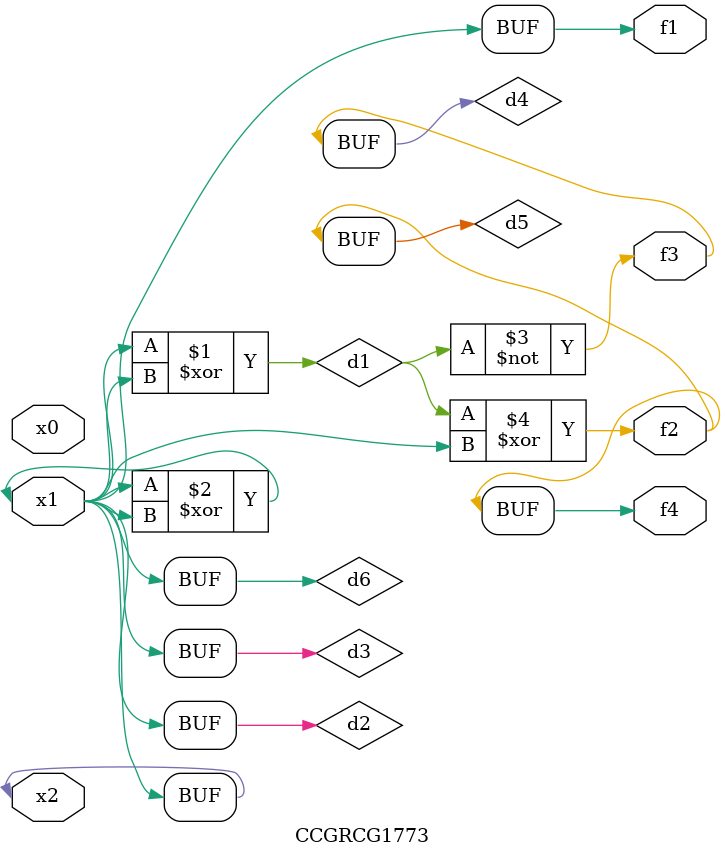
<source format=v>
module CCGRCG1773(
	input x0, x1, x2,
	output f1, f2, f3, f4
);

	wire d1, d2, d3, d4, d5, d6;

	xor (d1, x1, x2);
	buf (d2, x1, x2);
	xor (d3, x1, x2);
	nor (d4, d1);
	xor (d5, d1, d2);
	buf (d6, d2, d3);
	assign f1 = d6;
	assign f2 = d5;
	assign f3 = d4;
	assign f4 = d5;
endmodule

</source>
